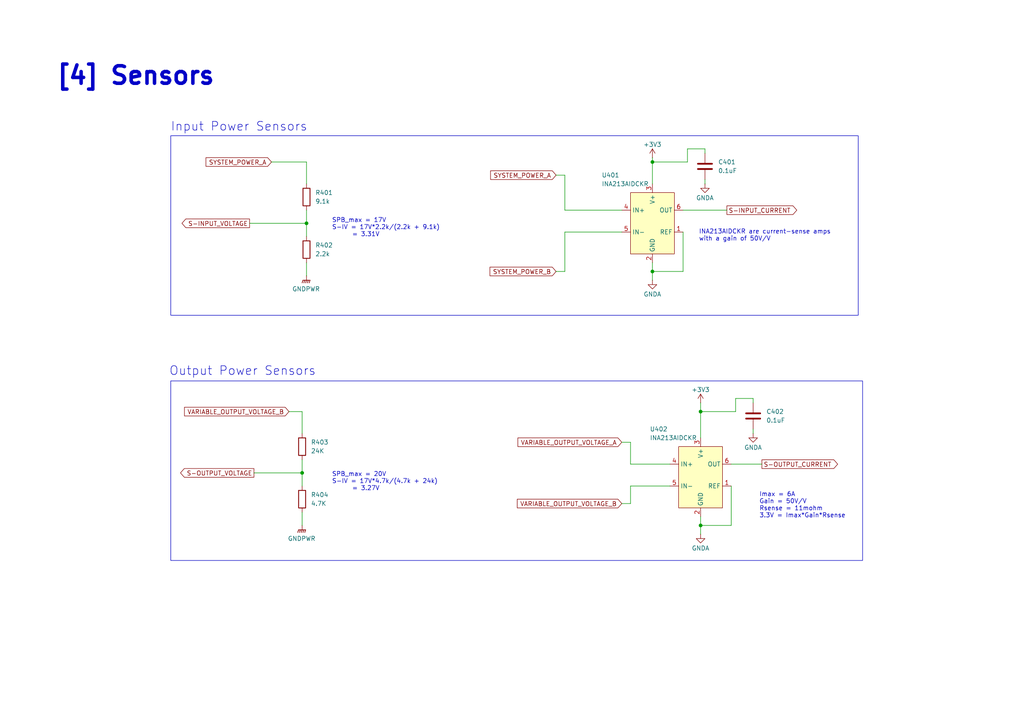
<source format=kicad_sch>
(kicad_sch (version 20231120) (generator "eeschema") (generator_version "8.0")
  (paper "A4")
  (title_block (title "Variable Voltage Controller") (date "2025-02-02") (rev "1.0"))
  (lib_symbols
    (symbol "Device:C" (pin_numbers hide) (pin_names (offset 0.254))
      (property "Reference" "C" (at 0.635 2.54 0))
      (property "Value" "C" (at 0.635 -2.54 0))
      (symbol "C_0_1"
        (polyline (pts (xy -2.032 -0.762) (xy 2.032 -0.762)) (stroke (width 0.508)))
        (polyline (pts (xy -2.032 0.762) (xy 2.032 0.762)) (stroke (width 0.508)))
      )
      (symbol "C_1_1"
        (pin passive line (at 0 3.81 270) (length 2.794) (name "~") (number "1"))
        (pin passive line (at 0 -3.81 90) (length 2.794) (name "~") (number "2"))
      )
    )
    (symbol "Device:R" (pin_numbers hide) (pin_names (offset 0))
      (property "Reference" "R" (at 2.032 0 90))
      (property "Value" "R" (at 0 0 90))
      (symbol "R_0_1"
        (rectangle (start -1.016 -2.54) (end 1.016 2.54) (stroke (width 0.254)))
      )
      (symbol "R_1_1"
        (pin passive line (at 0 3.81 270) (length 1.27) (name "~") (number "1"))
        (pin passive line (at 0 -3.81 90) (length 1.27) (name "~") (number "2"))
      )
    )
    (symbol "INA21x Current-Shunt Monitors:INA215"
      (property "Reference" "U" (at 3.302 10.16 0))
      (property "Value" "INA215" (at 5.08 -10.16 0))
      (symbol "INA215_0_0"
        (pin input line (at -8.89 -2.54 0) (length 2.54) (name "REF") (number "1"))
        (pin power_in line (at 0 -11.43 90) (length 2.54) (name "GND") (number "2"))
        (pin power_in line (at 0 11.43 270) (length 2.54) (name "V+") (number "3"))
        (pin input line (at 8.89 3.81 180) (length 2.54) (name "IN+") (number "4"))
        (pin input line (at 8.89 -2.54 180) (length 2.54) (name "IN-") (number "5"))
        (pin output line (at -8.89 3.81 0) (length 2.54) (name "OUT") (number "6"))
      )
      (symbol "INA215_1_1"
        (rectangle (start -6.35 8.89) (end 6.35 -8.89) (fill (type background)))
      )
    )
    (symbol "power:+3V3" (power) (pin_numbers hide) (pin_names (offset 0) hide)
      (property "Value" "+3V3" (at 0 3.556 0))
      (symbol "+3V3_0_1"
        (polyline (pts (xy -0.762 1.27) (xy 0 2.54)))
        (polyline (pts (xy 0 0) (xy 0 2.54)))
        (polyline (pts (xy 0 2.54) (xy 0.762 1.27)))
      )
      (symbol "+3V3_1_1"
        (pin power_in line (at 0 0 90) (length 0) (name "~") (number "1"))
      )
    )
    (symbol "power:GNDA" (power) (pin_numbers hide) (pin_names (offset 0) hide)
      (property "Value" "GNDA" (at 0 -3.81 0))
      (symbol "GNDA_0_1"
        (polyline (pts (xy 0 0) (xy 0 -1.27) (xy 1.27 -1.27) (xy 0 -2.54) (xy -1.27 -1.27) (xy 0 -1.27)))
      )
      (symbol "GNDA_1_1"
        (pin power_in line (at 0 0 270) (length 0) (name "~") (number "1"))
      )
    )
    (symbol "power:GNDPWR" (power) (pin_numbers hide) (pin_names (offset 0) hide)
      (property "Value" "GNDPWR" (at 0 -3.302 0))
      (symbol "GNDPWR_0_1"
        (polyline (pts (xy 0 -1.27) (xy 0 0)))
        (polyline (pts (xy -1.016 -1.27) (xy -1.27 -2.032) (xy -1.27 -2.032)) (stroke (width 0.2032)))
        (polyline (pts (xy -0.508 -1.27) (xy -0.762 -2.032) (xy -0.762 -2.032)) (stroke (width 0.2032)))
        (polyline (pts (xy 0 -1.27) (xy -0.254 -2.032) (xy -0.254 -2.032)) (stroke (width 0.2032)))
        (polyline (pts (xy 0.508 -1.27) (xy 0.254 -2.032) (xy 0.254 -2.032)) (stroke (width 0.2032)))
        (polyline (pts (xy 1.016 -1.27) (xy -1.016 -1.27) (xy -1.016 -1.27)) (stroke (width 0.2032)))
        (polyline (pts (xy 1.016 -1.27) (xy 0.762 -2.032) (xy 0.762 -2.032) (xy 0.762 -2.032)) (stroke (width 0.2032)))
      )
      (symbol "GNDPWR_1_1"
        (pin power_in line (at 0 0 270) (length 0) (name "~") (number "1"))
      )
    )
  )
  (junction (at 189.23 78.74))
  (junction (at 189.23 46.99))
  (junction (at 203.2 119.38))
  (junction (at 203.2 152.4))
  (junction (at 88.9 64.77))
  (junction (at 87.63 137.16))
  (wire (pts (xy 199.39 43.18) (xy 199.39 46.99)))
  (wire (pts (xy 180.34 67.31) (xy 163.83 67.31)))
  (wire (pts (xy 161.29 78.74) (xy 163.83 78.74)))
  (wire (pts (xy 163.83 60.96) (xy 180.34 60.96)))
  (wire (pts (xy 180.34 128.27) (xy 182.88 128.27)))
  (wire (pts (xy 182.88 140.97) (xy 182.88 146.05)))
  (wire (pts (xy 204.47 44.45) (xy 204.47 43.18)))
  (wire (pts (xy 218.44 115.57) (xy 213.36 115.57)))
  (wire (pts (xy 212.09 140.97) (xy 212.09 152.4)))
  (wire (pts (xy 189.23 46.99) (xy 199.39 46.99)))
  (wire (pts (xy 218.44 116.84) (xy 218.44 115.57)))
  (wire (pts (xy 87.63 137.16) (xy 87.63 140.97)))
  (wire (pts (xy 182.88 146.05) (xy 180.34 146.05)))
  (wire (pts (xy 88.9 60.96) (xy 88.9 64.77)))
  (wire (pts (xy 73.66 137.16) (xy 87.63 137.16)))
  (wire (pts (xy 220.98 134.62) (xy 212.09 134.62)))
  (wire (pts (xy 88.9 64.77) (xy 88.9 68.58)))
  (wire (pts (xy 198.12 67.31) (xy 198.12 78.74)))
  (wire (pts (xy 189.23 46.99) (xy 189.23 53.34)))
  (wire (pts (xy 88.9 46.99) (xy 88.9 53.34)))
  (wire (pts (xy 203.2 119.38) (xy 213.36 119.38)))
  (wire (pts (xy 210.82 60.96) (xy 198.12 60.96)))
  (wire (pts (xy 163.83 78.74) (xy 163.83 67.31)))
  (wire (pts (xy 87.63 148.59) (xy 87.63 152.4)))
  (wire (pts (xy 203.2 119.38) (xy 203.2 127)))
  (wire (pts (xy 203.2 152.4) (xy 203.2 154.94)))
  (wire (pts (xy 88.9 76.2) (xy 88.9 80.01)))
  (wire (pts (xy 218.44 124.46) (xy 218.44 125.73)))
  (wire (pts (xy 189.23 76.2) (xy 189.23 78.74)))
  (wire (pts (xy 204.47 52.07) (xy 204.47 53.34)))
  (wire (pts (xy 72.39 64.77) (xy 88.9 64.77)))
  (wire (pts (xy 204.47 43.18) (xy 199.39 43.18)))
  (wire (pts (xy 189.23 78.74) (xy 189.23 81.28)))
  (wire (pts (xy 87.63 133.35) (xy 87.63 137.16)))
  (wire (pts (xy 203.2 116.84) (xy 203.2 119.38)))
  (wire (pts (xy 161.29 50.8) (xy 163.83 50.8)))
  (wire (pts (xy 182.88 128.27) (xy 182.88 134.62)))
  (wire (pts (xy 203.2 149.86) (xy 203.2 152.4)))
  (wire (pts (xy 189.23 45.72) (xy 189.23 46.99)))
  (wire (pts (xy 212.09 152.4) (xy 203.2 152.4)))
  (wire (pts (xy 87.63 119.38) (xy 87.63 125.73)))
  (wire (pts (xy 194.31 140.97) (xy 182.88 140.97)))
  (wire (pts (xy 198.12 78.74) (xy 189.23 78.74)))
  (wire (pts (xy 163.83 50.8) (xy 163.83 60.96)))
  (wire (pts (xy 182.88 134.62) (xy 194.31 134.62)))
  (wire (pts (xy 213.36 115.57) (xy 213.36 119.38)))
  (wire (pts (xy 88.9 46.99) (xy 78.74 46.99)))
  (wire (pts (xy 83.82 119.38) (xy 87.63 119.38)))
  (rectangle (start 49.53 110.49) (end 250.19 162.56))
  (rectangle (start 49.53 39.37) (end 248.92 91.44))
  (text "INA213AIDCKR are current-sense amps\nwith a gain of 50V/V" (at 202.692 68.326 0) (effects (font (size 1.27 1.27)) (justify left)))
  (text "Output Power Sensors" (at 70.358 107.696 0) (effects (font (size 2.54 2.54))))
  (text "Imax = 6A\nGain = 50V/V\nRsense = 11mohm\n3.3V = Imax*Gain*Rsense" (at 220.218 146.558 0) (effects (font (size 1.27 1.27)) (justify left)))
  (text "SPB_max = 17V\nS-IV = 17V*2.2k/(2.2k + 9.1k)\n      = 3.31V" (at 96.266 66.04 0) (effects (font (size 1.27 1.27)) (justify left)))
  (text "[4] Sensors" (at 39.37 22.098 0) (effects (font (size 5.08 5.08) (thickness 1.016) (bold yes))))
  (text "Input Power Sensors" (at 69.342 36.83 0) (effects (font (size 2.54 2.54))))
  (text "SPB_max = 20V\nS-IV = 17V*4.7k/(4.7k + 24k)\n      = 3.27V" (at 96.266 139.7 0) (effects (font (size 1.27 1.27)) (justify left)))
  (global_label "VARIABLE_OUTPUT_VOLTAGE_B" (shape input) (at 180.34 146.05 180) (property "Intersheetrefs" "${INTERSHEET_REFS}" (effects (hide yes))))
  (global_label "S-INPUT_CURRENT" (shape output) (at 210.82 60.96 0) (property "Intersheetrefs" "${INTERSHEET_REFS}" (effects (hide yes))))
  (global_label "SYSTEM_POWER_A" (shape input) (at 161.29 50.8 180) (property "Intersheetrefs" "${INTERSHEET_REFS}" (effects (hide yes))))
  (global_label "VARIABLE_OUTPUT_VOLTAGE_B" (shape input) (at 83.82 119.38 180) (property "Intersheetrefs" "${INTERSHEET_REFS}" (effects (hide yes))))
  (global_label "SYSTEM_POWER_B" (shape input) (at 161.29 78.74 180) (property "Intersheetrefs" "${INTERSHEET_REFS}" (effects (hide yes))))
  (global_label "VARIABLE_OUTPUT_VOLTAGE_A" (shape input) (at 180.34 128.27 180) (property "Intersheetrefs" "${INTERSHEET_REFS}" (effects (hide yes))))
  (global_label "S-INPUT_VOLTAGE" (shape output) (at 72.39 64.77 180) (property "Intersheetrefs" "${INTERSHEET_REFS}" (effects (hide yes))))
  (global_label "SYSTEM_POWER_A" (shape input) (at 78.74 46.99 180) (property "Intersheetrefs" "${INTERSHEET_REFS}" (effects (hide yes))))
  (global_label "S-OUTPUT_CURRENT" (shape output) (at 220.98 134.62 0) (property "Intersheetrefs" "${INTERSHEET_REFS}" (effects (hide yes))))
  (global_label "S-OUTPUT_VOLTAGE" (shape output) (at 73.66 137.16 180) (property "Intersheetrefs" "${INTERSHEET_REFS}" (effects (hide yes))))
  (symbol (lib_id "INA21x Current-Shunt Monitors:INA215") (at 203.2 138.43 0) (mirror y) (unit 1)
    (property "Reference" "U402" (at 188.468 124.46 0) (effects (justify right)))
    (property "Value" "INA213AIDCKR" (at 188.468 127 0) (effects (justify right)))
    (property "Footprint" "Package_TO_SOT_SMD:SOT-363_SC-70-6" (effects (hide yes)))
    (property "Description" "Current Sense Amplifier 1 Circuit Single-Ended SC-70-6, Gain 50V/V" (effects (hide yes)))
    (property "Manufacturer Part #" "INA213AIDCKR" (effects (hide yes)))
    (property "LCSC" "C129346" (effects (hide yes)))
  )
  (symbol (lib_id "Device:C") (at 204.47 48.26 0) (unit 1)
    (property "Reference" "C401" (at 208.28 46.9899 0) (effects (justify left)))
    (property "Value" "0.1uF" (at 208.28 49.5299 0) (effects (justify left)))
    (property "Footprint" "Capacitor_SMD:C_0402_1005Metric" (effects (hide yes)))
    (property "Description" "Unpolarized capacitor" (effects (hide yes)))
    (property "Manufacturer Part #" "CL05B104KA5NNNC" (effects (hide yes)))
    (property "LCSC" "C155422" (effects (hide yes)))
  )
  (symbol (lib_id "power:GNDPWR") (at 88.9 80.01 0) (unit 1)
    (property "Reference" "#PWR0113" (effects (hide yes)))
    (property "Value" "GNDPWR" (at 88.773 83.82 0))
    (property "Description" "Power symbol creates a global label with name \"GNDPWR\" , global ground" (effects (hide yes)))
  )
  (symbol (lib_id "Device:R") (at 87.63 129.54 0) (unit 1)
    (property "Reference" "R403" (at 90.17 128.2699 0) (effects (justify left)))
    (property "Value" "24K" (at 90.17 130.8099 0) (effects (justify left)))
    (property "Footprint" "Resistor_SMD:R_0402_1005Metric" (effects (hide yes)))
    (property "Description" "Resistor" (effects (hide yes)))
    (property "Manufacturer Part #" "ERJ2RKF2402X" (effects (hide yes)))
    (property "LCSC" "C409902" (effects (hide yes)))
  )
  (symbol (lib_id "Device:R") (at 88.9 57.15 0) (unit 1)
    (property "Reference" "R401" (at 91.44 55.8799 0) (effects (justify left)))
    (property "Value" "9.1k" (at 91.44 58.4199 0) (effects (justify left)))
    (property "Footprint" "Resistor_SMD:R_0603_1608Metric" (effects (hide yes)))
    (property "Description" "Resistor" (effects (hide yes)))
    (property "Manufacturer Part #" "RC0603FR-079K1L" (effects (hide yes)))
    (property "LCSC" "C114639" (effects (hide yes)))
  )
  (symbol (lib_id "power:GNDPWR") (at 87.63 152.4 0) (unit 1)
    (property "Reference" "#PWR0114" (effects (hide yes)))
    (property "Value" "GNDPWR" (at 87.503 156.21 0))
    (property "Description" "Power symbol creates a global label with name \"GNDPWR\" , global ground" (effects (hide yes)))
  )
  (symbol (lib_id "power:+3V3") (at 189.23 45.72 0) (mirror y) (unit 1)
    (property "Reference" "#PWR0401" (effects (hide yes)))
    (property "Value" "+3V3" (at 189.23 41.91 0))
    (property "Description" "Power symbol creates a global label with name \"+3V3\"" (effects (hide yes)))
  )
  (symbol (lib_id "Device:C") (at 218.44 120.65 0) (unit 1)
    (property "Reference" "C402" (at 222.25 119.3799 0) (effects (justify left)))
    (property "Value" "0.1uF" (at 222.25 121.9199 0) (effects (justify left)))
    (property "Footprint" "Capacitor_SMD:C_0402_1005Metric" (effects (hide yes)))
    (property "Description" "Unpolarized capacitor" (effects (hide yes)))
    (property "Manufacturer Part #" "CL05B104KA5NNNC" (effects (hide yes)))
    (property "LCSC" "C155422" (effects (hide yes)))
  )
  (symbol (lib_id "power:GNDA") (at 204.47 53.34 0) (unit 1)
    (property "Reference" "#PWR0111" (effects (hide yes)))
    (property "Value" "GNDA" (at 204.47 57.404 0))
    (property "Description" "Power symbol creates a global label with name \"GNDA\" , analog ground" (effects (hide yes)))
  )
  (symbol (lib_id "Device:R") (at 87.63 144.78 0) (unit 1)
    (property "Reference" "R404" (at 90.17 143.5099 0) (effects (justify left)))
    (property "Value" "4.7K" (at 90.17 146.0499 0) (effects (justify left)))
    (property "Footprint" "Resistor_SMD:R_0402_1005Metric" (effects (hide yes)))
    (property "Description" "Resistor" (effects (hide yes)))
    (property "Manufacturer Part #" "ERJ2RKF4701X" (effects (hide yes)))
    (property "LCSC" "C400631" (effects (hide yes)))
  )
  (symbol (lib_id "Device:R") (at 88.9 72.39 0) (unit 1)
    (property "Reference" "R402" (at 91.44 71.1199 0) (effects (justify left)))
    (property "Value" "2.2k" (at 91.44 73.6599 0) (effects (justify left)))
    (property "Footprint" "Resistor_SMD:R_0603_1608Metric" (effects (hide yes)))
    (property "Description" "Resistor" (effects (hide yes)))
    (property "Manufacturer Part #" "RC0603FR-072K2L" (effects (hide yes)))
    (property "LCSC" "C114662" (effects (hide yes)))
  )
  (symbol (lib_id "power:GNDA") (at 218.44 125.73 0) (unit 1)
    (property "Reference" "#PWR0112" (effects (hide yes)))
    (property "Value" "GNDA" (at 218.44 129.794 0))
    (property "Description" "Power symbol creates a global label with name \"GNDA\" , analog ground" (effects (hide yes)))
  )
  (symbol (lib_id "power:+3V3") (at 203.2 116.84 0) (mirror y) (unit 1)
    (property "Reference" "#PWR0405" (effects (hide yes)))
    (property "Value" "+3V3" (at 203.2 113.03 0))
    (property "Description" "Power symbol creates a global label with name \"+3V3\"" (effects (hide yes)))
  )
  (symbol (lib_id "power:GNDA") (at 189.23 81.28 0) (unit 1)
    (property "Reference" "#PWR0104" (effects (hide yes)))
    (property "Value" "GNDA" (at 189.23 85.344 0))
    (property "Description" "Power symbol creates a global label with name \"GNDA\" , analog ground" (effects (hide yes)))
  )
  (symbol (lib_id "power:GNDA") (at 203.2 154.94 0) (unit 1)
    (property "Reference" "#PWR0105" (effects (hide yes)))
    (property "Value" "GNDA" (at 203.2 159.004 0))
    (property "Description" "Power symbol creates a global label with name \"GNDA\" , analog ground" (effects (hide yes)))
  )
  (symbol (lib_id "INA21x Current-Shunt Monitors:INA215") (at 189.23 64.77 0) (mirror y) (unit 1)
    (property "Reference" "U401" (at 174.498 50.8 0) (effects (justify right)))
    (property "Value" "INA213AIDCKR" (at 174.498 53.34 0) (effects (justify right)))
    (property "Footprint" "Package_TO_SOT_SMD:SOT-363_SC-70-6" (effects (hide yes)))
    (property "Description" "Current Sense Amplifier 1 Circuit Single-Ended SC-70-6, Gain 50V/V" (effects (hide yes)))
    (property "Manufacturer Part #" "INA213AIDCKR" (effects (hide yes)))
    (property "LCSC" "C129346" (effects (hide yes)))
  )
)
</source>
